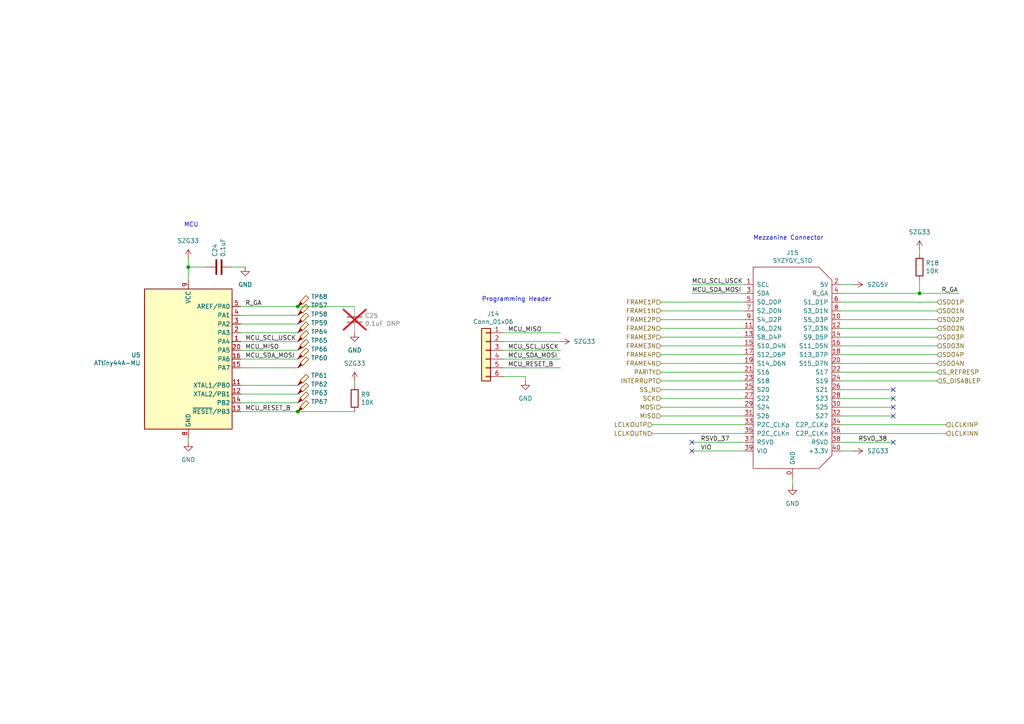
<source format=kicad_sch>
(kicad_sch (version 20231120) (generator "eeschema") (generator_version "8.0")
  (paper "A4")
  (lib_symbols
    (symbol "Connector:TestPoint_Probe" (pin_numbers hide) (pin_names (offset 0.762) hide)
      (property "Reference" "TP" (at 1.651 5.842 0))
      (property "Value" "TestPoint_Probe" (at 1.651 4.064 0))
      (symbol "TestPoint_Probe_0_1"
        (polyline (pts (xy 1.27 0.762) (xy 0 0) (xy 0.762 1.27) (xy 1.27 0.762)) (fill (type outline)))
        (polyline (pts (xy 1.397 0.635) (xy 0.635 1.397) (xy 2.413 3.175) (xy 3.175 2.413) (xy 1.397 0.635)) (fill (type background)))
      )
      (symbol "TestPoint_Probe_1_1"
        (pin passive line (at 0 0 90) (length 0) (name "1") (number "1"))
      )
    )
    (symbol "Connector_Generic:Conn_01x06" (pin_names (offset 1.016) hide)
      (property "Reference" "J" (at 0 7.62 0))
      (property "Value" "Conn_01x06" (at 0 -10.16 0))
      (symbol "Conn_01x06_1_1"
        (rectangle (start -1.27 -7.493) (end 0 -7.747) (stroke (width 0.1524)))
        (rectangle (start -1.27 -4.953) (end 0 -5.207) (stroke (width 0.1524)))
        (rectangle (start -1.27 -2.413) (end 0 -2.667) (stroke (width 0.1524)))
        (rectangle (start -1.27 0.127) (end 0 -0.127) (stroke (width 0.1524)))
        (rectangle (start -1.27 2.667) (end 0 2.413) (stroke (width 0.1524)))
        (rectangle (start -1.27 5.207) (end 0 4.953) (stroke (width 0.1524)))
        (rectangle (start -1.27 6.35) (end 1.27 -8.89) (stroke (width 0.254)) (fill (type background)))
        (pin passive line (at -5.08 5.08 0) (length 3.81) (name "Pin_1") (number "1"))
        (pin passive line (at -5.08 2.54 0) (length 3.81) (name "Pin_2") (number "2"))
        (pin passive line (at -5.08 0 0) (length 3.81) (name "Pin_3") (number "3"))
        (pin passive line (at -5.08 -2.54 0) (length 3.81) (name "Pin_4") (number "4"))
        (pin passive line (at -5.08 -5.08 0) (length 3.81) (name "Pin_5") (number "5"))
        (pin passive line (at -5.08 -7.62 0) (length 3.81) (name "Pin_6") (number "6"))
      )
    )
    (symbol "Device:C" (pin_numbers hide) (pin_names (offset 0.254))
      (property "Reference" "C" (at 0.635 2.54 0))
      (property "Value" "C" (at 0.635 -2.54 0))
      (symbol "C_0_1"
        (polyline (pts (xy -2.032 -0.762) (xy 2.032 -0.762)) (stroke (width 0.508)))
        (polyline (pts (xy -2.032 0.762) (xy 2.032 0.762)) (stroke (width 0.508)))
      )
      (symbol "C_1_1"
        (pin passive line (at 0 3.81 270) (length 2.794) (name "~") (number "1"))
        (pin passive line (at 0 -3.81 90) (length 2.794) (name "~") (number "2"))
      )
    )
    (symbol "Device:R" (pin_numbers hide) (pin_names (offset 0))
      (property "Reference" "R" (at 2.032 0 90))
      (property "Value" "R" (at 0 0 90))
      (symbol "R_0_1"
        (rectangle (start -1.016 -2.54) (end 1.016 2.54) (stroke (width 0.254)))
      )
      (symbol "R_1_1"
        (pin passive line (at 0 3.81 270) (length 1.27) (name "~") (number "1"))
        (pin passive line (at 0 -3.81 90) (length 1.27) (name "~") (number "2"))
      )
    )
    (symbol "GND_1" (power) (pin_numbers hide) (pin_names (offset 0) hide)
      (property "Value" "GND" (at 0 -3.81 0))
      (symbol "GND_1_0_1"
        (polyline (pts (xy 0 0) (xy 0 -1.27) (xy 1.27 -1.27) (xy 0 -2.54) (xy -1.27 -1.27) (xy 0 -1.27)))
      )
      (symbol "GND_1_1_1"
        (pin power_in line (at 0 0 270) (length 0) (name "~") (number "1"))
      )
    )
    (symbol "SYZYGY:SYZYGY_STD" (pin_names (offset 1.016))
      (property "Reference" "J" (at -10.16 30.48 0))
      (property "Value" "SYZYGY_STD" (at -10.16 27.94 0))
      (symbol "SYZYGY_STD_0_1"
        (polyline (pts (xy -11.43 26.67) (xy -11.43 -31.75) (xy 7.62 -31.75) (xy 11.43 -27.94)))
        (polyline (pts (xy 11.43 -27.94) (xy 11.43 22.86) (xy 7.62 26.67) (xy -11.43 26.67)))
      )
      (symbol "SYZYGY_STD_1_1"
        (pin passive line (at 0 -34.29 90) (length 2.54) (name "GND") (number "0"))
        (pin passive line (at -13.97 21.59 0) (length 2.54) (name "SCL") (number "1"))
        (pin passive line (at 13.97 11.43 180) (length 2.54) (name "S5_D3P") (number "10"))
        (pin passive line (at -13.97 8.89 0) (length 2.54) (name "S6_D2N") (number "11"))
        (pin passive line (at 13.97 8.89 180) (length 2.54) (name "S7_D3N") (number "12"))
        (pin passive line (at -13.97 6.35 0) (length 2.54) (name "S8_D4P") (number "13"))
        (pin passive line (at 13.97 6.35 180) (length 2.54) (name "S9_D5P") (number "14"))
        (pin passive line (at -13.97 3.81 0) (length 2.54) (name "S10_D4N") (number "15"))
        (pin passive line (at 13.97 3.81 180) (length 2.54) (name "S11_D5N") (number "16"))
        (pin passive line (at -13.97 1.27 0) (length 2.54) (name "S12_D6P") (number "17"))
        (pin passive line (at 13.97 1.27 180) (length 2.54) (name "S13_D7P") (number "18"))
        (pin passive line (at -13.97 -1.27 0) (length 2.54) (name "S14_D6N") (number "19"))
        (pin power_out line (at 13.97 21.59 180) (length 2.54) (name "5V") (number "2"))
        (pin passive line (at 13.97 -1.27 180) (length 2.54) (name "S15_D7N") (number "20"))
        (pin passive line (at -13.97 -3.81 0) (length 2.54) (name "S16") (number "21"))
        (pin passive line (at 13.97 -3.81 180) (length 2.54) (name "S17") (number "22"))
        (pin passive line (at -13.97 -6.35 0) (length 2.54) (name "S18") (number "23"))
        (pin passive line (at 13.97 -6.35 180) (length 2.54) (name "S19") (number "24"))
        (pin passive line (at -13.97 -8.89 0) (length 2.54) (name "S20") (number "25"))
        (pin passive line (at 13.97 -8.89 180) (length 2.54) (name "S21") (number "26"))
        (pin passive line (at -13.97 -11.43 0) (length 2.54) (name "S22") (number "27"))
        (pin passive line (at 13.97 -11.43 180) (length 2.54) (name "S23") (number "28"))
        (pin passive line (at -13.97 -13.97 0) (length 2.54) (name "S24") (number "29"))
        (pin passive line (at -13.97 19.05 0) (length 2.54) (name "SDA") (number "3"))
        (pin passive line (at 13.97 -13.97 180) (length 2.54) (name "S25") (number "30"))
        (pin passive line (at -13.97 -16.51 0) (length 2.54) (name "S26") (number "31"))
        (pin passive line (at 13.97 -16.51 180) (length 2.54) (name "S27") (number "32"))
        (pin passive line (at -13.97 -19.05 0) (length 2.54) (name "P2C_CLKp") (number "33"))
        (pin passive line (at 13.97 -19.05 180) (length 2.54) (name "C2P_CLKp") (number "34"))
        (pin passive line (at -13.97 -21.59 0) (length 2.54) (name "P2C_CLKn") (number "35"))
        (pin passive line (at 13.97 -21.59 180) (length 2.54) (name "C2P_CLKn") (number "36"))
        (pin passive line (at -13.97 -24.13 0) (length 2.54) (name "RSVD") (number "37"))
        (pin passive line (at 13.97 -24.13 180) (length 2.54) (name "RSVD") (number "38"))
        (pin power_out line (at -13.97 -26.67 0) (length 2.54) (name "VIO") (number "39"))
        (pin passive line (at 13.97 19.05 180) (length 2.54) (name "R_GA") (number "4"))
        (pin power_out line (at 13.97 -26.67 180) (length 2.54) (name "+3.3V") (number "40"))
        (pin passive line (at -13.97 16.51 0) (length 2.54) (name "S0_D0P") (number "5"))
        (pin passive line (at 13.97 16.51 180) (length 2.54) (name "S1_D1P") (number "6"))
        (pin passive line (at -13.97 13.97 0) (length 2.54) (name "S2_D0N") (number "7"))
        (pin passive line (at 13.97 13.97 180) (length 2.54) (name "S3_D1N") (number "8"))
        (pin passive line (at -13.97 11.43 0) (length 2.54) (name "S4_D2P") (number "9"))
      )
    )
    (symbol "SZG-TEMPLATE-STD:ATtiny44A-MU-MCU_Microchip_ATtiny"
      (property "Reference" "U" (at -12.7 21.59 0))
      (property "Value" "ATtiny44A-MU-MCU_Microchip_ATtiny" (at 2.54 -21.59 0))
      (symbol "ATtiny44A-MU-MCU_Microchip_ATtiny_0_1"
        (rectangle (start -12.7 -20.32) (end 12.7 20.32) (stroke (width 0.254)) (fill (type background)))
      )
      (symbol "ATtiny44A-MU-MCU_Microchip_ATtiny_1_1"
        (pin bidirectional line (at 15.24 5.08 180) (length 2.54) (name "PA4") (number "1"))
        (pin no_connect line (at -12.7 -10.16 0) (length 2.54) hide (name "NC") (number "10"))
        (pin bidirectional line (at 15.24 -7.62 180) (length 2.54) (name "XTAL1/PB0") (number "11"))
        (pin bidirectional line (at 15.24 -10.16 180) (length 2.54) (name "XTAL2/PB1") (number "12"))
        (pin bidirectional line (at 15.24 -15.24 180) (length 2.54) (name "~{RESET}/PB3") (number "13"))
        (pin bidirectional line (at 15.24 -12.7 180) (length 2.54) (name "PB2") (number "14"))
        (pin bidirectional line (at 15.24 -2.54 180) (length 2.54) (name "PA7") (number "15"))
        (pin bidirectional line (at 15.24 0 180) (length 2.54) (name "PA6") (number "16"))
        (pin no_connect line (at -12.7 -12.7 0) (length 2.54) hide (name "NC") (number "17"))
        (pin no_connect line (at -12.7 -15.24 0) (length 2.54) hide (name "NC") (number "18"))
        (pin no_connect line (at -12.7 -17.78 0) (length 2.54) hide (name "NC") (number "19"))
        (pin bidirectional line (at 15.24 7.62 180) (length 2.54) (name "PA3") (number "2"))
        (pin bidirectional line (at 15.24 2.54 180) (length 2.54) (name "PA5") (number "20"))
        (pin passive line (at 0 -22.86 90) (length 2.54) hide (name "GND") (number "21"))
        (pin bidirectional line (at 15.24 10.16 180) (length 2.54) (name "PA2") (number "3"))
        (pin bidirectional line (at 15.24 12.7 180) (length 2.54) (name "PA1") (number "4"))
        (pin bidirectional line (at 15.24 15.24 180) (length 2.54) (name "AREF/PA0") (number "5"))
        (pin no_connect line (at -12.7 -5.08 0) (length 2.54) hide (name "NC") (number "6"))
        (pin no_connect line (at -12.7 -7.62 0) (length 2.54) hide (name "NC") (number "7"))
        (pin power_in line (at 0 -22.86 90) (length 2.54) (name "GND") (number "8"))
        (pin power_in line (at 0 22.86 270) (length 2.54) (name "VCC") (number "9"))
      )
    )
    (symbol "power:VDD" (power) (pin_numbers hide) (pin_names (offset 0) hide)
      (property "Value" "VDD" (at 0 3.556 0))
      (symbol "VDD_0_1"
        (polyline (pts (xy -0.762 1.27) (xy 0 2.54)))
        (polyline (pts (xy 0 0) (xy 0 2.54)))
        (polyline (pts (xy 0 2.54) (xy 0.762 1.27)))
      )
      (symbol "VDD_1_1"
        (pin power_in line (at 0 0 90) (length 0) (name "~") (number "1"))
      )
    )
  )
  (junction (at 86.36 119.38))
  (junction (at 86.36 88.9))
  (junction (at 54.61 77.47))
  (junction (at 266.7 85.09))
  (no_connect (at 259.08 128.27))
  (no_connect (at 259.08 120.65))
  (no_connect (at 200.66 130.81))
  (no_connect (at 200.66 128.27))
  (no_connect (at 259.08 118.11))
  (no_connect (at 259.08 115.57))
  (no_connect (at 259.08 113.03))
  (wire (pts (xy 200.66 82.55) (xy 215.9 82.55)))
  (wire (pts (xy 243.84 97.79) (xy 271.78 97.79)))
  (wire (pts (xy 69.85 91.44) (xy 86.36 91.44)))
  (wire (pts (xy 191.77 100.33) (xy 215.9 100.33)))
  (wire (pts (xy 243.84 120.65) (xy 259.08 120.65)))
  (wire (pts (xy 243.84 92.71) (xy 271.78 92.71)))
  (wire (pts (xy 200.66 85.09) (xy 215.9 85.09)))
  (wire (pts (xy 191.77 92.71) (xy 215.9 92.71)))
  (wire (pts (xy 146.05 99.06) (xy 162.56 99.06)))
  (wire (pts (xy 69.85 101.6) (xy 86.36 101.6)))
  (wire (pts (xy 54.61 74.93) (xy 54.61 77.47)))
  (wire (pts (xy 243.84 125.73) (xy 274.32 125.73)))
  (wire (pts (xy 200.66 128.27) (xy 215.9 128.27)))
  (wire (pts (xy 229.87 138.43) (xy 229.87 140.97)))
  (wire (pts (xy 86.36 106.68) (xy 69.85 106.68)))
  (wire (pts (xy 146.05 104.14) (xy 162.56 104.14)))
  (wire (pts (xy 191.77 107.95) (xy 215.9 107.95)))
  (wire (pts (xy 152.4 109.22) (xy 152.4 110.49)))
  (wire (pts (xy 243.84 115.57) (xy 259.08 115.57)))
  (wire (pts (xy 266.7 85.09) (xy 266.7 81.28)))
  (wire (pts (xy 86.36 88.9) (xy 69.85 88.9)))
  (wire (pts (xy 146.05 106.68) (xy 162.56 106.68)))
  (wire (pts (xy 243.84 113.03) (xy 259.08 113.03)))
  (wire (pts (xy 243.84 82.55) (xy 247.65 82.55)))
  (wire (pts (xy 243.84 100.33) (xy 271.78 100.33)))
  (wire (pts (xy 86.36 119.38) (xy 102.87 119.38)))
  (wire (pts (xy 69.85 96.52) (xy 86.36 96.52)))
  (wire (pts (xy 243.84 87.63) (xy 271.78 87.63)))
  (wire (pts (xy 146.05 96.52) (xy 162.56 96.52)))
  (wire (pts (xy 243.84 102.87) (xy 271.78 102.87)))
  (wire (pts (xy 243.84 110.49) (xy 271.78 110.49)))
  (wire (pts (xy 67.31 77.47) (xy 71.12 77.47)))
  (wire (pts (xy 191.77 120.65) (xy 215.9 120.65)))
  (wire (pts (xy 243.84 107.95) (xy 271.78 107.95)))
  (wire (pts (xy 54.61 77.47) (xy 54.61 81.28)))
  (wire (pts (xy 54.61 128.27) (xy 54.61 127)))
  (wire (pts (xy 146.05 101.6) (xy 162.56 101.6)))
  (wire (pts (xy 243.84 85.09) (xy 266.7 85.09)))
  (wire (pts (xy 191.77 102.87) (xy 215.9 102.87)))
  (wire (pts (xy 191.77 115.57) (xy 215.9 115.57)))
  (wire (pts (xy 191.77 97.79) (xy 215.9 97.79)))
  (wire (pts (xy 191.77 90.17) (xy 215.9 90.17)))
  (wire (pts (xy 191.77 95.25) (xy 215.9 95.25)))
  (wire (pts (xy 69.85 116.84) (xy 86.36 116.84)))
  (wire (pts (xy 243.84 128.27) (xy 259.08 128.27)))
  (wire (pts (xy 69.85 111.76) (xy 86.36 111.76)))
  (wire (pts (xy 215.9 130.81) (xy 200.66 130.81)))
  (wire (pts (xy 102.87 111.76) (xy 102.87 110.49)))
  (wire (pts (xy 69.85 99.06) (xy 86.36 99.06)))
  (wire (pts (xy 243.84 105.41) (xy 271.78 105.41)))
  (wire (pts (xy 102.87 88.9) (xy 86.36 88.9)))
  (wire (pts (xy 243.84 118.11) (xy 259.08 118.11)))
  (wire (pts (xy 243.84 95.25) (xy 271.78 95.25)))
  (wire (pts (xy 86.36 93.98) (xy 69.85 93.98)))
  (wire (pts (xy 189.23 123.19) (xy 215.9 123.19)))
  (wire (pts (xy 54.61 77.47) (xy 59.69 77.47)))
  (wire (pts (xy 69.85 104.14) (xy 86.36 104.14)))
  (wire (pts (xy 191.77 105.41) (xy 215.9 105.41)))
  (wire (pts (xy 243.84 130.81) (xy 247.65 130.81)))
  (wire (pts (xy 266.7 73.66) (xy 266.7 72.39)))
  (wire (pts (xy 191.77 113.03) (xy 215.9 113.03)))
  (wire (pts (xy 191.77 110.49) (xy 215.9 110.49)))
  (wire (pts (xy 146.05 109.22) (xy 152.4 109.22)))
  (wire (pts (xy 266.7 85.09) (xy 278.13 85.09)))
  (wire (pts (xy 189.23 125.73) (xy 215.9 125.73)))
  (wire (pts (xy 243.84 90.17) (xy 271.78 90.17)))
  (wire (pts (xy 69.85 119.38) (xy 86.36 119.38)))
  (wire (pts (xy 243.84 123.19) (xy 274.32 123.19)))
  (wire (pts (xy 191.77 87.63) (xy 215.9 87.63)))
  (wire (pts (xy 86.36 114.3) (xy 69.85 114.3)))
  (wire (pts (xy 191.77 118.11) (xy 215.9 118.11)))
  (text "MCU" (at 53.34 66.04 0) (effects (font (size 1.27 1.27)) (justify left bottom)))
  (text "Mezzanine Connector" (at 218.44 69.85 0) (effects (font (size 1.27 1.27)) (justify left bottom)))
  (text "Programming Header" (at 139.7 87.63 0) (effects (font (size 1.27 1.27)) (justify left bottom)))
  (label "MCU_RESET_B" (at 147.32 106.68 0))
  (label "MCU_MISO" (at 71.12 101.6 0))
  (label "RSVD_38" (at 248.92 128.27 0))
  (label "MCU_SCL_USCK" (at 200.66 82.55 0))
  (label "R_GA" (at 71.12 88.9 0))
  (label "MCU_SDA_MOSI" (at 200.66 85.09 0))
  (label "R_GA" (at 273.05 85.09 0))
  (label "RSVD_37" (at 203.2 128.27 0))
  (label "MCU_RESET_B" (at 71.12 119.38 0))
  (label "MCU_SCL_USCK" (at 147.32 101.6 0))
  (label "VIO" (at 203.2 130.81 0))
  (label "MCU_SCL_USCK" (at 71.12 99.06 0))
  (label "MCU_SDA_MOSI" (at 147.32 104.14 0))
  (label "MCU_SDA_MOSI" (at 71.12 104.14 0))
  (label "MCU_MISO" (at 147.32 96.52 0))
  (hierarchical_label "SDO4P" (shape input) (at 271.78 102.87 0))
  (hierarchical_label "PARITY" (shape input) (at 191.77 107.95 180))
  (hierarchical_label "FRAME3P" (shape input) (at 191.77 97.79 180))
  (hierarchical_label "MOSI" (shape input) (at 191.77 118.11 180))
  (hierarchical_label "LCLKOUTP" (shape input) (at 189.23 123.19 180))
  (hierarchical_label "LCLKOUTN" (shape input) (at 189.23 125.73 180))
  (hierarchical_label "LCLKINP" (shape input) (at 274.32 123.19 0))
  (hierarchical_label "SDO2N" (shape input) (at 271.78 95.25 0))
  (hierarchical_label "FRAME3N" (shape input) (at 191.77 100.33 180))
  (hierarchical_label "SS_N" (shape input) (at 191.77 113.03 180))
  (hierarchical_label "FRAME1P" (shape input) (at 191.77 87.63 180))
  (hierarchical_label "SDO3P" (shape input) (at 271.78 97.79 0))
  (hierarchical_label "FRAME1N" (shape input) (at 191.77 90.17 180))
  (hierarchical_label "FRAME4P" (shape input) (at 191.77 102.87 180))
  (hierarchical_label "S_DISABLEP" (shape input) (at 271.78 110.49 0))
  (hierarchical_label "S_REFRESP" (shape input) (at 271.78 107.95 0))
  (hierarchical_label "SDO3N" (shape input) (at 271.78 100.33 0))
  (hierarchical_label "FRAME2N" (shape input) (at 191.77 95.25 180))
  (hierarchical_label "INTERRUPT" (shape input) (at 191.77 110.49 180))
  (hierarchical_label "MISO" (shape input) (at 191.77 120.65 180))
  (hierarchical_label "SDO4N" (shape input) (at 271.78 105.41 0))
  (hierarchical_label "FRAME4N" (shape input) (at 191.77 105.41 180))
  (hierarchical_label "SDO1P" (shape input) (at 271.78 87.63 0))
  (hierarchical_label "SDO2P" (shape input) (at 271.78 92.71 0))
  (hierarchical_label "LCLKINN" (shape input) (at 274.32 125.73 0))
  (hierarchical_label "SDO1N" (shape input) (at 271.78 90.17 0))
  (hierarchical_label "SCK" (shape input) (at 191.77 115.57 180))
  (hierarchical_label "FRAME2P" (shape input) (at 191.77 92.71 180))
  (symbol (lib_id "Device:C") (at 63.5 77.47 90) (unit 1)
    (property "Reference" "C24" (at 62.3316 74.549 0) (effects (justify left)))
    (property "Value" "0.1uF" (at 64.643 74.549 0) (effects (justify left)))
    (property "Footprint" "Capacitor_SMD:C_0603_1608Metric_Pad1.08x0.95mm_HandSolder" (effects (hide yes)))
  )
  (symbol (lib_id "Connector_Generic:Conn_01x06") (at 140.97 101.6 0) (mirror y) (unit 1)
    (property "Reference" "J14" (at 143.0528 91.0082 0))
    (property "Value" "Conn_01x06" (at 143.0528 93.3196 0))
    (property "Footprint" "Connector_PinHeader_2.54mm:PinHeader_1x06_P2.54mm_Vertical" (effects (hide yes)))
  )
  (symbol (lib_id "Connector:TestPoint_Probe") (at 86.36 96.52 0) (unit 1)
    (property "Reference" "TP59" (at 90.17 93.6624 0) (effects (justify left)))
    (property "Value" "TestPoint_Probe" (effects (hide yes)))
    (property "Footprint" "Connector_PinHeader_2.54mm:PinHeader_1x01_P2.54mm_Vertical" (effects (hide yes)))
    (property "Description" "test point (alternative probe-style design)" (effects (hide yes)))
  )
  (symbol (lib_id "Connector:TestPoint_Probe") (at 86.36 93.98 0) (unit 1)
    (property "Reference" "TP58" (at 90.17 91.1224 0) (effects (justify left)))
    (property "Value" "TestPoint_Probe" (effects (hide yes)))
    (property "Footprint" "Connector_PinHeader_2.54mm:PinHeader_1x01_P2.54mm_Vertical" (effects (hide yes)))
    (property "Description" "test point (alternative probe-style design)" (effects (hide yes)))
  )
  (symbol (lib_id "power:VDD") (at 162.56 99.06 270) (unit 1)
    (property "Reference" "#PWR095" (effects (hide yes)))
    (property "Value" "SZG33" (at 166.37 99.0599 90) (effects (justify left)))
    (property "Description" "Power symbol creates a global label with name \"VDD\"" (effects (hide yes)))
  )
  (symbol (lib_id "Connector:TestPoint_Probe") (at 86.36 88.9 0) (unit 1)
    (property "Reference" "TP68" (at 90.17 86.0424 0) (effects (justify left)))
    (property "Value" "TestPoint_Probe" (effects (hide yes)))
    (property "Footprint" "Connector_PinHeader_2.54mm:PinHeader_1x01_P2.54mm_Vertical" (effects (hide yes)))
    (property "Description" "test point (alternative probe-style design)" (effects (hide yes)))
  )
  (symbol (lib_id "power:VDD") (at 54.61 74.93 0) (unit 1)
    (property "Reference" "#PWR089" (effects (hide yes)))
    (property "Value" "SZG33" (at 54.61 69.85 0))
    (property "Description" "Power symbol creates a global label with name \"VDD\"" (effects (hide yes)))
  )
  (symbol (lib_id "power:VDD") (at 102.87 110.49 0) (unit 1)
    (property "Reference" "#PWR093" (effects (hide yes)))
    (property "Value" "SZG33" (at 102.87 105.41 0))
    (property "Description" "Power symbol creates a global label with name \"VDD\"" (effects (hide yes)))
  )
  (symbol (lib_id "Device:C") (at 102.87 92.71 0) (unit 1) (in_bom no) (dnp yes)
    (property "Reference" "C25" (at 105.791 91.5416 0) (effects (justify left)))
    (property "Value" "0.1uF DNP" (at 105.791 93.853 0) (effects (justify left)))
    (property "Footprint" "Capacitor_SMD:C_0603_1608Metric_Pad1.08x0.95mm_HandSolder" (effects (hide yes)))
  )
  (symbol (lib_id "power:VDD") (at 247.65 82.55 270) (unit 1)
    (property "Reference" "#PWR097" (effects (hide yes)))
    (property "Value" "SZG5V" (at 251.46 82.5499 90) (effects (justify left)))
    (property "Description" "Power symbol creates a global label with name \"VDD\"" (effects (hide yes)))
  )
  (symbol (lib_name "GND_1") (lib_id "power:GND") (at 229.87 140.97 0) (unit 1)
    (property "Reference" "#PWR011" (effects (hide yes)))
    (property "Value" "GND" (at 229.87 146.05 0))
    (property "Description" "Power symbol creates a global label with name \"GND\" , ground" (effects (hide yes)))
  )
  (symbol (lib_id "Connector:TestPoint_Probe") (at 86.36 111.76 0) (unit 1)
    (property "Reference" "TP61" (at 90.17 108.9024 0) (effects (justify left)))
    (property "Value" "TestPoint_Probe" (effects (hide yes)))
    (property "Footprint" "Connector_PinHeader_2.54mm:PinHeader_1x01_P2.54mm_Vertical" (effects (hide yes)))
    (property "Description" "test point (alternative probe-style design)" (effects (hide yes)))
  )
  (symbol (lib_id "Connector:TestPoint_Probe") (at 86.36 99.06 0) (unit 1)
    (property "Reference" "TP64" (at 90.17 96.2024 0) (effects (justify left)))
    (property "Value" "TestPoint_Probe" (effects (hide yes)))
    (property "Footprint" "Connector_PinHeader_2.54mm:PinHeader_1x01_P2.54mm_Vertical" (effects (hide yes)))
    (property "Description" "test point (alternative probe-style design)" (effects (hide yes)))
  )
  (symbol (lib_id "Connector:TestPoint_Probe") (at 86.36 91.44 0) (unit 1)
    (property "Reference" "TP57" (at 90.17 88.5824 0) (effects (justify left)))
    (property "Value" "TestPoint_Probe" (effects (hide yes)))
    (property "Footprint" "Connector_PinHeader_2.54mm:PinHeader_1x01_P2.54mm_Vertical" (effects (hide yes)))
    (property "Description" "test point (alternative probe-style design)" (effects (hide yes)))
  )
  (symbol (lib_name "GND_1") (lib_id "power:GND") (at 152.4 110.49 0) (unit 1)
    (property "Reference" "#PWR092" (effects (hide yes)))
    (property "Value" "GND" (at 152.4 115.57 0))
    (property "Description" "Power symbol creates a global label with name \"GND\" , ground" (effects (hide yes)))
  )
  (symbol (lib_id "Connector:TestPoint_Probe") (at 86.36 119.38 0) (unit 1)
    (property "Reference" "TP67" (at 90.17 116.5224 0) (effects (justify left)))
    (property "Value" "TestPoint_Probe" (effects (hide yes)))
    (property "Footprint" "Connector_PinHeader_2.54mm:PinHeader_1x01_P2.54mm_Vertical" (effects (hide yes)))
    (property "Description" "test point (alternative probe-style design)" (effects (hide yes)))
  )
  (symbol (lib_id "power:VDD") (at 266.7 72.39 0) (unit 1)
    (property "Reference" "#PWR088" (effects (hide yes)))
    (property "Value" "SZG33" (at 266.7 67.31 0))
    (property "Description" "Power symbol creates a global label with name \"VDD\"" (effects (hide yes)))
  )
  (symbol (lib_id "Connector:TestPoint_Probe") (at 86.36 101.6 0) (unit 1)
    (property "Reference" "TP65" (at 90.17 98.7424 0) (effects (justify left)))
    (property "Value" "TestPoint_Probe" (effects (hide yes)))
    (property "Footprint" "Connector_PinHeader_2.54mm:PinHeader_1x01_P2.54mm_Vertical" (effects (hide yes)))
    (property "Description" "test point (alternative probe-style design)" (effects (hide yes)))
  )
  (symbol (lib_id "Connector:TestPoint_Probe") (at 86.36 116.84 0) (unit 1)
    (property "Reference" "TP63" (at 90.17 113.9824 0) (effects (justify left)))
    (property "Value" "TestPoint_Probe" (effects (hide yes)))
    (property "Footprint" "Connector_PinHeader_2.54mm:PinHeader_1x01_P2.54mm_Vertical" (effects (hide yes)))
    (property "Description" "test point (alternative probe-style design)" (effects (hide yes)))
  )
  (symbol (lib_id "SYZYGY:SYZYGY_STD") (at 229.87 104.14 0) (unit 1)
    (property "Reference" "J15" (at 229.87 73.279 0))
    (property "Value" "SYZYGY_STD" (at 229.87 75.5904 0))
    (property "Footprint" "SYZYGY:QTE-020-01-F-D-A" (effects (hide yes)))
    (property "Datasheet" "http://suddendocs.samtec.com/catalog_english/qte.pdf" (effects (hide yes)))
    (property "Manufacturer" "Samtec" (effects (hide yes)))
    (property "Manufacturer_PN" "QTE-020-01-F-D-A" (effects (hide yes)))
  )
  (symbol (lib_id "power:VDD") (at 247.65 130.81 270) (unit 1)
    (property "Reference" "#PWR087" (effects (hide yes)))
    (property "Value" "SZG33" (at 251.46 130.8099 90) (effects (justify left)))
    (property "Description" "Power symbol creates a global label with name \"VDD\"" (effects (hide yes)))
  )
  (symbol (lib_name "GND_1") (lib_id "power:GND") (at 54.61 128.27 0) (unit 1)
    (property "Reference" "#PWR090" (effects (hide yes)))
    (property "Value" "GND" (at 54.61 133.35 0))
    (property "Description" "Power symbol creates a global label with name \"GND\" , ground" (effects (hide yes)))
  )
  (symbol (lib_id "Device:R") (at 102.87 115.57 0) (unit 1)
    (property "Reference" "R9" (at 104.648 114.4016 0) (effects (justify left)))
    (property "Value" "10K" (at 104.648 116.713 0) (effects (justify left)))
    (property "Footprint" "Resistor_SMD:R_0603_1608Metric_Pad0.98x0.95mm_HandSolder" (effects (hide yes)))
  )
  (symbol (lib_name "GND_1") (lib_id "power:GND") (at 102.87 96.52 0) (unit 1)
    (property "Reference" "#PWR086" (effects (hide yes)))
    (property "Value" "GND" (at 102.87 101.6 0))
    (property "Description" "Power symbol creates a global label with name \"GND\" , ground" (effects (hide yes)))
  )
  (symbol (lib_id "Device:R") (at 266.7 77.47 0) (unit 1)
    (property "Reference" "R18" (at 268.478 76.3016 0) (effects (justify left)))
    (property "Value" "10K" (at 268.478 78.613 0) (effects (justify left)))
    (property "Footprint" "Resistor_SMD:R_0603_1608Metric_Pad0.98x0.95mm_HandSolder" (effects (hide yes)))
  )
  (symbol (lib_id "Connector:TestPoint_Probe") (at 86.36 104.14 0) (unit 1)
    (property "Reference" "TP66" (at 90.17 101.2824 0) (effects (justify left)))
    (property "Value" "TestPoint_Probe" (effects (hide yes)))
    (property "Footprint" "Connector_PinHeader_2.54mm:PinHeader_1x01_P2.54mm_Vertical" (effects (hide yes)))
    (property "Description" "test point (alternative probe-style design)" (effects (hide yes)))
  )
  (symbol (lib_id "Connector:TestPoint_Probe") (at 86.36 114.3 0) (unit 1)
    (property "Reference" "TP62" (at 90.17 111.4424 0) (effects (justify left)))
    (property "Value" "TestPoint_Probe" (effects (hide yes)))
    (property "Footprint" "Connector_PinHeader_2.54mm:PinHeader_1x01_P2.54mm_Vertical" (effects (hide yes)))
    (property "Description" "test point (alternative probe-style design)" (effects (hide yes)))
  )
  (symbol (lib_name "GND_1") (lib_id "power:GND") (at 71.12 77.47 0) (unit 1)
    (property "Reference" "#PWR091" (effects (hide yes)))
    (property "Value" "GND" (at 71.12 82.55 0))
    (property "Description" "Power symbol creates a global label with name \"GND\" , ground" (effects (hide yes)))
  )
  (symbol (lib_id "SZG-TEMPLATE-STD:ATtiny44A-MU-MCU_Microchip_ATtiny") (at 54.61 104.14 0) (unit 1)
    (property "Reference" "U5" (at 40.7924 102.9716 0) (effects (justify right)))
    (property "Value" "ATtiny44A-MU" (at 40.7924 105.283 0) (effects (justify right)))
    (property "Footprint" "SYZYGY:QFN-24-4x4mm" (effects (hide yes)))
    (property "Datasheet" "http://ww1.microchip.com/downloads/en/DeviceDoc/doc8183.pdf" (effects (hide yes)))
    (property "Manufacturer" "Microchip" (effects (hide yes)))
    (property "Manufacturer_PN" "ATTINY44A-MU" (effects (hide yes)))
  )
  (symbol (lib_id "Connector:TestPoint_Probe") (at 86.36 106.68 0) (unit 1)
    (property "Reference" "TP60" (at 90.17 103.8224 0) (effects (justify left)))
    (property "Value" "TestPoint_Probe" (effects (hide yes)))
    (property "Footprint" "Connector_PinHeader_2.54mm:PinHeader_1x01_P2.54mm_Vertical" (effects (hide yes)))
    (property "Description" "test point (alternative probe-style design)" (effects (hide yes)))
  )
)
</source>
